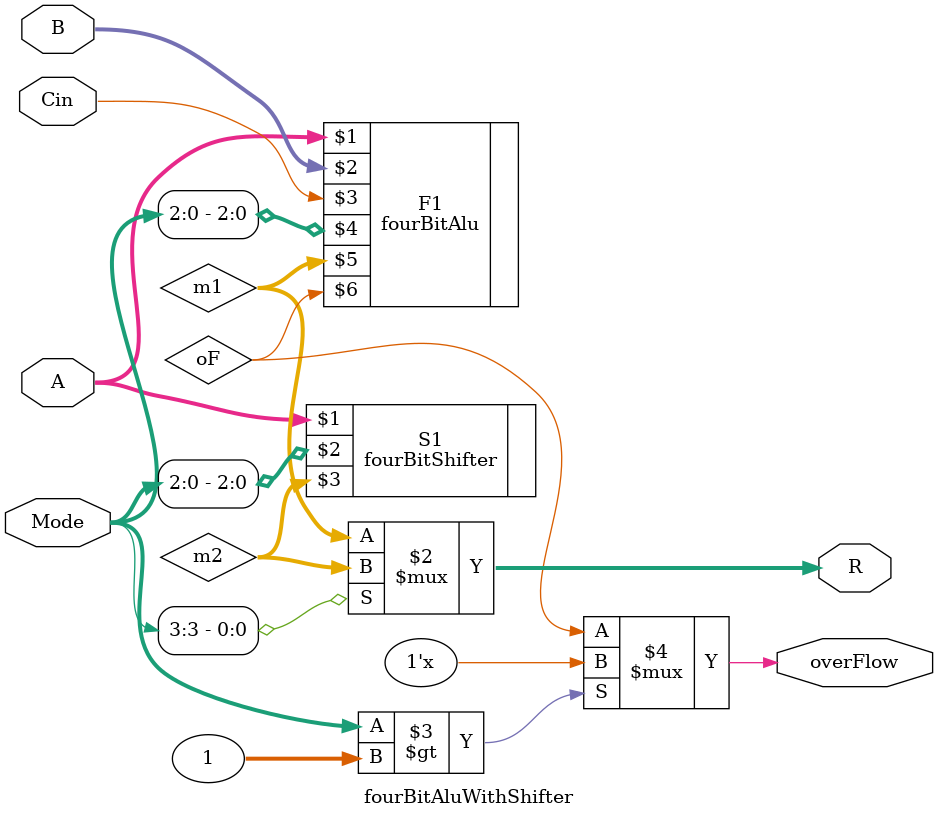
<source format=v>
 module fourBitAluWithShifter(A, B, Cin, Mode, R, overFlow);
	input [3:0] A, B;
	input [3:0] Mode;
	input Cin;
	output [3:0] R;
	output overFlow;
	
	wire [3:0] m1,m2;
	wire oF;
	
	fourBitAlu F1(A, B, Cin, Mode[2:0], m1, oF);
	fourBitShifter S1(A, Mode[2:0], m2);
	
	assign R = (Mode[3] == 1)? m2 : m1;
	assign overFlow = (Mode > 1)? 1'bz : oF;
	
endmodule
</source>
